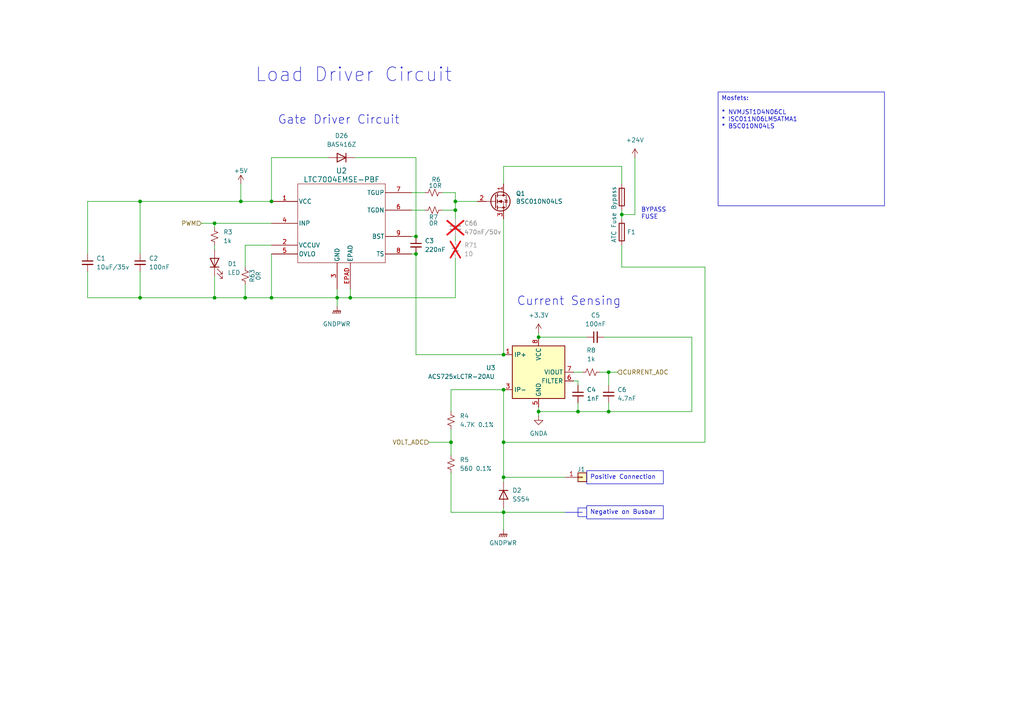
<source format=kicad_sch>
(kicad_sch (version 20231120) (generator "eeschema") (generator_version "8.0")
  (paper "A4")
  (title_block (title "FrothFET 8CH") (date "2024-08-21") (rev "D") (company "https://github.com/hoeken/frothfet"))
  (lib_symbols
    (symbol "Connector_Generic:Conn_01x01" (pin_names (offset 1.016) hide)
      (property "Reference" "J" (at 0 2.54 0))
      (property "Value" "Conn_01x01" (at 0 -2.54 0))
      (symbol "Conn_01x01_1_1"
        (rectangle (start -1.27 0.127) (end 0 -0.127) (stroke (width 0.1524)))
        (rectangle (start -1.27 1.27) (end 1.27 -1.27) (stroke (width 0.254)) (fill (type background)))
        (pin passive line (at -5.08 0 0) (length 3.81) (name "Pin_1") (number "1"))
      )
    )
    (symbol "Device:C_Small" (pin_numbers hide) (pin_names (offset 0.254) hide)
      (property "Reference" "C" (at 0.254 1.778 0))
      (property "Value" "C_Small" (at 0.254 -2.032 0))
      (symbol "C_Small_0_1"
        (polyline (pts (xy -1.524 -0.508) (xy 1.524 -0.508)) (stroke (width 0.3302)))
        (polyline (pts (xy -1.524 0.508) (xy 1.524 0.508)) (stroke (width 0.3048)))
      )
      (symbol "C_Small_1_1"
        (pin passive line (at 0 2.54 270) (length 2.032) (name "~") (number "1"))
        (pin passive line (at 0 -2.54 90) (length 2.032) (name "~") (number "2"))
      )
    )
    (symbol "Device:D" (pin_numbers hide) (pin_names (offset 1.016) hide)
      (property "Reference" "D" (at 0 2.54 0))
      (property "Value" "D" (at 0 -2.54 0))
      (symbol "D_0_1"
        (polyline (pts (xy -1.27 1.27) (xy -1.27 -1.27)) (stroke (width 0.254)))
        (polyline (pts (xy 1.27 0) (xy -1.27 0)))
        (polyline (pts (xy 1.27 1.27) (xy 1.27 -1.27) (xy -1.27 0) (xy 1.27 1.27)) (stroke (width 0.254)))
      )
      (symbol "D_1_1"
        (pin passive line (at -3.81 0 0) (length 2.54) (name "K") (number "1"))
        (pin passive line (at 3.81 0 180) (length 2.54) (name "A") (number "2"))
      )
    )
    (symbol "Device:LED" (pin_numbers hide) (pin_names (offset 1.016) hide)
      (property "Reference" "D" (at 0 2.54 0))
      (property "Value" "LED" (at 0 -2.54 0))
      (symbol "LED_0_1"
        (polyline (pts (xy -1.27 -1.27) (xy -1.27 1.27)) (stroke (width 0.254)))
        (polyline (pts (xy -1.27 0) (xy 1.27 0)))
        (polyline (pts (xy 1.27 -1.27) (xy 1.27 1.27) (xy -1.27 0) (xy 1.27 -1.27)) (stroke (width 0.254)))
        (polyline (pts (xy -3.048 -0.762) (xy -4.572 -2.286) (xy -3.81 -2.286) (xy -4.572 -2.286) (xy -4.572 -1.524)))
        (polyline (pts (xy -1.778 -0.762) (xy -3.302 -2.286) (xy -2.54 -2.286) (xy -3.302 -2.286) (xy -3.302 -1.524)))
      )
      (symbol "LED_1_1"
        (pin passive line (at -3.81 0 0) (length 2.54) (name "K") (number "1"))
        (pin passive line (at 3.81 0 180) (length 2.54) (name "A") (number "2"))
      )
    )
    (symbol "Device:R_Small_US" (pin_numbers hide) (pin_names (offset 0.254) hide)
      (property "Reference" "R" (at 0.762 0.508 0))
      (property "Value" "R_Small_US" (at 0.762 -1.016 0))
      (symbol "R_Small_US_1_1"
        (polyline (pts (xy 0 0) (xy 1.016 -0.381) (xy 0 -0.762) (xy -1.016 -1.143) (xy 0 -1.524)))
        (polyline (pts (xy 0 1.524) (xy 1.016 1.143) (xy 0 0.762) (xy -1.016 0.381) (xy 0 0)))
        (pin passive line (at 0 2.54 270) (length 1.016) (name "~") (number "1"))
        (pin passive line (at 0 -2.54 90) (length 1.016) (name "~") (number "2"))
      )
    )
    (symbol "Diode:MRA4004T3G" (pin_numbers hide) (pin_names hide)
      (property "Reference" "D" (at 0 2.54 0))
      (property "Value" "MRA4004T3G" (at 0 -2.54 0))
      (symbol "MRA4004T3G_0_1"
        (polyline (pts (xy -1.27 1.27) (xy -1.27 -1.27)) (stroke (width 0.254)))
        (polyline (pts (xy 1.27 0) (xy -1.27 0)))
        (polyline (pts (xy 1.27 1.27) (xy 1.27 -1.27) (xy -1.27 0) (xy 1.27 1.27)) (stroke (width 0.254)))
      )
      (symbol "MRA4004T3G_1_1"
        (pin passive line (at -3.81 0 0) (length 2.54) (name "K") (number "1"))
        (pin passive line (at 3.81 0 180) (length 2.54) (name "A") (number "2"))
      )
    )
    (symbol "Sensor_Current:ACS725xLCTR-20AU"
      (property "Reference" "U" (at 2.54 11.43 0))
      (property "Value" "ACS725xLCTR-20AU" (at 2.54 8.89 0))
      (symbol "ACS725xLCTR-20AU_0_1"
        (rectangle (start -7.62 7.62) (end 7.62 -7.62) (stroke (width 0.254)) (fill (type background)))
      )
      (symbol "ACS725xLCTR-20AU_1_1"
        (pin passive line (at -10.16 5.08 0) (length 2.54) (name "IP+") (number "1"))
        (pin passive line (at -10.16 5.08 0) (length 2.54) hide (name "IP+") (number "2"))
        (pin passive line (at -10.16 -5.08 0) (length 2.54) (name "IP-") (number "3"))
        (pin passive line (at -10.16 -5.08 0) (length 2.54) hide (name "IP-") (number "4"))
        (pin power_in line (at 0 -10.16 90) (length 2.54) (name "GND") (number "5"))
        (pin passive line (at 10.16 -2.54 180) (length 2.54) (name "FILTER") (number "6"))
        (pin output line (at 10.16 0 180) (length 2.54) (name "VIOUT") (number "7"))
        (pin power_in line (at 0 10.16 270) (length 2.54) (name "VCC") (number "8"))
      )
    )
    (symbol "Transistor_FET:IRF7480M" (pin_names hide)
      (property "Reference" "Q" (at 5.08 1.905 0))
      (property "Value" "IRF7480M" (at 5.08 0 0))
      (symbol "IRF7480M_0_1"
        (polyline (pts (xy 0.254 0) (xy -2.54 0)))
        (polyline (pts (xy 0.254 1.905) (xy 0.254 -1.905)) (stroke (width 0.254)))
        (polyline (pts (xy 0.762 -1.27) (xy 0.762 -2.286)) (stroke (width 0.254)))
        (polyline (pts (xy 0.762 0.508) (xy 0.762 -0.508)) (stroke (width 0.254)))
        (polyline (pts (xy 0.762 2.286) (xy 0.762 1.27)) (stroke (width 0.254)))
        (polyline (pts (xy 2.54 2.54) (xy 2.54 1.778)))
        (polyline (pts (xy 2.54 -2.54) (xy 2.54 0) (xy 0.762 0)))
        (polyline (pts (xy 0.762 -1.778) (xy 3.302 -1.778) (xy 3.302 1.778) (xy 0.762 1.778)))
        (polyline (pts (xy 1.016 0) (xy 2.032 0.381) (xy 2.032 -0.381) (xy 1.016 0)) (fill (type outline)))
        (polyline (pts (xy 2.794 0.508) (xy 2.921 0.381) (xy 3.683 0.381) (xy 3.81 0.254)))
        (polyline (pts (xy 3.302 0.381) (xy 2.921 -0.254) (xy 3.683 -0.254) (xy 3.302 0.381)))
        (circle (center 1.651 0) (radius 2.794) (stroke (width 0.254)))
        (circle (center 2.54 -1.778) (radius 0.254) (fill (type outline)))
        (circle (center 2.54 1.778) (radius 0.254) (fill (type outline)))
      )
      (symbol "IRF7480M_1_1"
        (pin passive line (at 2.54 5.08 270) (length 2.54) (name "D") (number "1"))
        (pin input line (at -5.08 0 0) (length 2.54) (name "G") (number "2"))
        (pin passive line (at 2.54 -5.08 90) (length 2.54) (name "S") (number "3"))
      )
    )
    (symbol "power:+24V" (power) (pin_numbers hide) (pin_names (offset 0) hide)
      (property "Value" "+24V" (at 0 3.556 0))
      (symbol "+24V_0_1"
        (polyline (pts (xy -0.762 1.27) (xy 0 2.54)))
        (polyline (pts (xy 0 0) (xy 0 2.54)))
        (polyline (pts (xy 0 2.54) (xy 0.762 1.27)))
      )
      (symbol "+24V_1_1"
        (pin power_in line (at 0 0 90) (length 0) (name "~") (number "1"))
      )
    )
    (symbol "power:+3.3V" (power) (pin_numbers hide) (pin_names (offset 0) hide)
      (property "Value" "+3.3V" (at 0 3.556 0))
      (symbol "+3.3V_0_1"
        (polyline (pts (xy -0.762 1.27) (xy 0 2.54)))
        (polyline (pts (xy 0 0) (xy 0 2.54)))
        (polyline (pts (xy 0 2.54) (xy 0.762 1.27)))
      )
      (symbol "+3.3V_1_1"
        (pin power_in line (at 0 0 90) (length 0) (name "~") (number "1"))
      )
    )
    (symbol "power:+5V" (power) (pin_numbers hide) (pin_names (offset 0) hide)
      (property "Value" "+5V" (at 0 3.556 0))
      (symbol "+5V_0_1"
        (polyline (pts (xy -0.762 1.27) (xy 0 2.54)))
        (polyline (pts (xy 0 0) (xy 0 2.54)))
        (polyline (pts (xy 0 2.54) (xy 0.762 1.27)))
      )
      (symbol "+5V_1_1"
        (pin power_in line (at 0 0 90) (length 0) (name "~") (number "1"))
      )
    )
    (symbol "power:GNDA" (power) (pin_numbers hide) (pin_names (offset 0) hide)
      (property "Value" "GNDA" (at 0 -3.81 0))
      (symbol "GNDA_0_1"
        (polyline (pts (xy 0 0) (xy 0 -1.27) (xy 1.27 -1.27) (xy 0 -2.54) (xy -1.27 -1.27) (xy 0 -1.27)))
      )
      (symbol "GNDA_1_1"
        (pin power_in line (at 0 0 270) (length 0) (name "~") (number "1"))
      )
    )
    (symbol "power:GNDPWR" (power) (pin_numbers hide) (pin_names (offset 0) hide)
      (property "Value" "GNDPWR" (at 0 -3.302 0))
      (symbol "GNDPWR_0_1"
        (polyline (pts (xy 0 -1.27) (xy 0 0)))
        (polyline (pts (xy -1.016 -1.27) (xy -1.27 -2.032) (xy -1.27 -2.032)) (stroke (width 0.2032)))
        (polyline (pts (xy -0.508 -1.27) (xy -0.762 -2.032) (xy -0.762 -2.032)) (stroke (width 0.2032)))
        (polyline (pts (xy 0 -1.27) (xy -0.254 -2.032) (xy -0.254 -2.032)) (stroke (width 0.2032)))
        (polyline (pts (xy 0.508 -1.27) (xy 0.254 -2.032) (xy 0.254 -2.032)) (stroke (width 0.2032)))
        (polyline (pts (xy 1.016 -1.27) (xy -1.016 -1.27) (xy -1.016 -1.27)) (stroke (width 0.2032)))
        (polyline (pts (xy 1.016 -1.27) (xy 0.762 -2.032) (xy 0.762 -2.032) (xy 0.762 -2.032)) (stroke (width 0.2032)))
      )
      (symbol "GNDPWR_1_1"
        (pin power_in line (at 0 0 270) (length 0) (name "~") (number "1"))
      )
    )
    (symbol "yarrboard:ATC Fuse Bypass" (pin_numbers hide) (pin_names (offset 0))
      (property "Reference" "F" (at 2.032 5.08 90))
      (property "Value" "ATC Fuse Bypass" (at -1.905 5.08 90))
      (symbol "ATC Fuse Bypass_0_1"
        (rectangle (start -0.762 -7.62) (end 0.762 -2.54) (stroke (width 0.254)))
        (rectangle (start -0.762 2.54) (end 0.762 7.62) (stroke (width 0.254)))
        (polyline (pts (xy 0 -2.54) (xy 0 -7.62)))
        (polyline (pts (xy 0 7.62) (xy 0 2.54)))
      )
      (symbol "ATC Fuse Bypass_1_1"
        (pin passive line (at 0 8.89 270) (length 1.27) (name "~") (number "1"))
        (pin passive line (at 0 -1.27 270) (length 1.27) (name "~") (number "2"))
        (pin passive line (at 0 1.27 90) (length 1.27) (name "~") (number "2"))
        (pin passive line (at 0 -8.89 90) (length 1.27) (name "~") (number "3"))
      )
    )
    (symbol "yarrboard:LTC7004EMSE-PBF" (pin_names (offset 0.254))
      (property "Reference" "U" (at 20.32 10.16 0))
      (property "Value" "LTC7004EMSE-PBF" (at 20.32 7.62 0))
      (symbol "LTC7004EMSE-PBF_0_1"
        (polyline (pts (xy 7.62 -17.78) (xy 33.02 -17.78)) (stroke (width 0.127)))
        (polyline (pts (xy 7.62 5.08) (xy 7.62 -17.78)) (stroke (width 0.127)))
        (polyline (pts (xy 33.02 -17.78) (xy 33.02 5.08)) (stroke (width 0.127)))
        (polyline (pts (xy 33.02 5.08) (xy 7.62 5.08)) (stroke (width 0.127)))
        (pin power_in line (at 0 0 0) (length 7.62) (name "VCC") (number "1"))
        (pin power_in line (at 0 -12.7 0) (length 7.62) (name "VCCUV") (number "2"))
        (pin power_out line (at 19.05 -25.4 90) (length 7.62) (name "GND") (number "3"))
        (pin unspecified line (at 0 -6.35 0) (length 7.62) (name "INP") (number "4"))
        (pin unspecified line (at 0 -15.24 0) (length 7.62) (name "OVLO") (number "5"))
        (pin unspecified line (at 40.64 -2.54 180) (length 7.62) (name "TGDN") (number "6"))
        (pin unspecified line (at 40.64 2.54 180) (length 7.62) (name "TGUP") (number "7"))
        (pin unspecified line (at 40.64 -15.24 180) (length 7.62) (name "TS") (number "8"))
        (pin unspecified line (at 40.64 -10.16 180) (length 7.62) (name "BST") (number "9"))
        (pin unspecified line (at 22.86 -25.4 90) (length 7.62) (name "EPAD") (number "EPAD"))
      )
      (symbol "LTC7004EMSE-PBF_1_1"
        (pin no_connect line (at 15.24 -25.4 90) (length 7.62) hide (name "NC") (number "10"))
      )
    )
  )
  (junction (at 180.34 62.23))
  (junction (at 78.74 58.42))
  (junction (at 62.23 86.36))
  (junction (at 132.08 58.42))
  (junction (at 146.05 102.87))
  (junction (at 176.53 119.38))
  (junction (at 132.08 60.96))
  (junction (at 120.65 68.58))
  (junction (at 146.05 138.43))
  (junction (at 120.65 73.66))
  (junction (at 146.05 128.27))
  (junction (at 69.85 58.42))
  (junction (at 62.23 64.77))
  (junction (at 156.21 97.79))
  (junction (at 97.79 86.36))
  (junction (at 71.12 86.36))
  (junction (at 156.21 119.38))
  (junction (at 101.6 86.36))
  (junction (at 40.64 86.36))
  (junction (at 167.64 119.38))
  (junction (at 176.53 107.95))
  (junction (at 40.64 58.42))
  (junction (at 146.05 148.59))
  (junction (at 130.81 128.27))
  (junction (at 78.74 86.36))
  (junction (at 146.05 113.03))
  (wire (pts (xy 167.64 110.49) (xy 167.64 111.76)))
  (wire (pts (xy 78.74 86.36) (xy 97.79 86.36)))
  (wire (pts (xy 120.65 102.87) (xy 146.05 102.87)))
  (wire (pts (xy 78.74 71.12) (xy 71.12 71.12)))
  (wire (pts (xy 180.34 60.96) (xy 180.34 62.23)))
  (wire (pts (xy 138.43 58.42) (xy 132.08 58.42)))
  (wire (pts (xy 166.37 107.95) (xy 168.91 107.95)))
  (wire (pts (xy 146.05 148.59) (xy 130.81 148.59)))
  (wire (pts (xy 146.05 148.59) (xy 146.05 153.67)))
  (wire (pts (xy 204.47 77.47) (xy 204.47 128.27)))
  (wire (pts (xy 146.05 113.03) (xy 130.81 113.03)))
  (wire (pts (xy 71.12 71.12) (xy 71.12 77.47)))
  (wire (pts (xy 132.08 68.58) (xy 132.08 69.85)))
  (wire (pts (xy 146.05 138.43) (xy 163.83 138.43)))
  (wire (pts (xy 146.05 148.59) (xy 163.83 148.59)))
  (wire (pts (xy 146.05 48.26) (xy 146.05 53.34)))
  (wire (pts (xy 156.21 97.79) (xy 170.18 97.79)))
  (wire (pts (xy 156.21 119.38) (xy 156.21 118.11)))
  (wire (pts (xy 180.34 48.26) (xy 180.34 53.34)))
  (wire (pts (xy 146.05 63.5) (xy 146.05 102.87)))
  (wire (pts (xy 62.23 64.77) (xy 62.23 66.04)))
  (wire (pts (xy 173.99 107.95) (xy 176.53 107.95)))
  (wire (pts (xy 62.23 86.36) (xy 71.12 86.36)))
  (wire (pts (xy 71.12 86.36) (xy 78.74 86.36)))
  (wire (pts (xy 176.53 107.95) (xy 179.07 107.95)))
  (wire (pts (xy 180.34 62.23) (xy 184.15 62.23)))
  (wire (pts (xy 40.64 78.74) (xy 40.64 86.36)))
  (wire (pts (xy 25.4 86.36) (xy 25.4 78.74)))
  (wire (pts (xy 130.81 113.03) (xy 130.81 119.38)))
  (wire (pts (xy 156.21 96.52) (xy 156.21 97.79)))
  (wire (pts (xy 200.66 119.38) (xy 176.53 119.38)))
  (wire (pts (xy 71.12 82.55) (xy 71.12 86.36)))
  (wire (pts (xy 78.74 45.72) (xy 95.25 45.72)))
  (wire (pts (xy 130.81 124.46) (xy 130.81 128.27)))
  (wire (pts (xy 58.42 64.77) (xy 62.23 64.77)))
  (wire (pts (xy 176.53 107.95) (xy 176.53 111.76)))
  (polyline (pts (xy 163.83 148.59) (xy 168.91 148.59)))
  (wire (pts (xy 119.38 55.88) (xy 123.19 55.88)))
  (wire (pts (xy 101.6 83.82) (xy 101.6 86.36)))
  (wire (pts (xy 40.64 86.36) (xy 62.23 86.36)))
  (wire (pts (xy 132.08 60.96) (xy 132.08 63.5)))
  (wire (pts (xy 120.65 45.72) (xy 120.65 68.58)))
  (wire (pts (xy 97.79 86.36) (xy 101.6 86.36)))
  (wire (pts (xy 62.23 64.77) (xy 78.74 64.77)))
  (wire (pts (xy 97.79 83.82) (xy 97.79 86.36)))
  (wire (pts (xy 78.74 73.66) (xy 78.74 86.36)))
  (wire (pts (xy 167.64 119.38) (xy 176.53 119.38)))
  (wire (pts (xy 132.08 55.88) (xy 132.08 58.42)))
  (wire (pts (xy 130.81 128.27) (xy 130.81 132.08)))
  (wire (pts (xy 175.26 97.79) (xy 200.66 97.79)))
  (wire (pts (xy 124.46 128.27) (xy 130.81 128.27)))
  (wire (pts (xy 120.65 102.87) (xy 120.65 73.66)))
  (wire (pts (xy 25.4 58.42) (xy 25.4 73.66)))
  (wire (pts (xy 146.05 48.26) (xy 180.34 48.26)))
  (wire (pts (xy 62.23 71.12) (xy 62.23 72.39)))
  (wire (pts (xy 69.85 58.42) (xy 40.64 58.42)))
  (wire (pts (xy 119.38 73.66) (xy 120.65 73.66)))
  (wire (pts (xy 128.27 60.96) (xy 132.08 60.96)))
  (wire (pts (xy 180.34 77.47) (xy 204.47 77.47)))
  (wire (pts (xy 146.05 147.32) (xy 146.05 148.59)))
  (wire (pts (xy 62.23 80.01) (xy 62.23 86.36)))
  (wire (pts (xy 200.66 97.79) (xy 200.66 119.38)))
  (wire (pts (xy 78.74 58.42) (xy 69.85 58.42)))
  (wire (pts (xy 180.34 71.12) (xy 180.34 77.47)))
  (wire (pts (xy 167.64 110.49) (xy 166.37 110.49)))
  (wire (pts (xy 40.64 58.42) (xy 40.64 73.66)))
  (wire (pts (xy 156.21 119.38) (xy 156.21 120.65)))
  (wire (pts (xy 184.15 45.72) (xy 184.15 62.23)))
  (wire (pts (xy 204.47 128.27) (xy 146.05 128.27)))
  (wire (pts (xy 102.87 45.72) (xy 120.65 45.72)))
  (wire (pts (xy 146.05 113.03) (xy 146.05 128.27)))
  (wire (pts (xy 180.34 62.23) (xy 180.34 63.5)))
  (wire (pts (xy 119.38 68.58) (xy 120.65 68.58)))
  (wire (pts (xy 97.79 86.36) (xy 97.79 88.9)))
  (wire (pts (xy 119.38 60.96) (xy 123.19 60.96)))
  (wire (pts (xy 132.08 60.96) (xy 132.08 58.42)))
  (wire (pts (xy 78.74 58.42) (xy 78.74 45.72)))
  (wire (pts (xy 176.53 116.84) (xy 176.53 119.38)))
  (wire (pts (xy 146.05 139.7) (xy 146.05 138.43)))
  (wire (pts (xy 130.81 148.59) (xy 130.81 137.16)))
  (wire (pts (xy 167.64 119.38) (xy 167.64 116.84)))
  (wire (pts (xy 132.08 86.36) (xy 101.6 86.36)))
  (wire (pts (xy 128.27 55.88) (xy 132.08 55.88)))
  (wire (pts (xy 156.21 119.38) (xy 167.64 119.38)))
  (wire (pts (xy 69.85 58.42) (xy 69.85 53.34)))
  (wire (pts (xy 146.05 128.27) (xy 146.05 138.43)))
  (wire (pts (xy 40.64 86.36) (xy 25.4 86.36)))
  (wire (pts (xy 25.4 58.42) (xy 40.64 58.42)))
  (wire (pts (xy 132.08 74.93) (xy 132.08 86.36)))
  (rectangle (start 167.64 147.32) (end 170.18 149.86))
  (text_box "Mosfets:\n\n* NVMJST1D4N06CL\n* ISC011N06LM5ATMA1\n* BSC010N04LS" (at 208.28 26.67 0) (size 48.26 33.02) (effects (font (size 1.27 1.27)) (justify left top)))
  (text_box "Negative on Busbar" (at 170.18 146.685 0) (size 22.225 3.81) (effects (font (size 1.27 1.27)) (justify left top)))
  (text_box "Positive Connection" (at 170.18 136.525 0) (size 22.225 3.81) (effects (font (size 1.27 1.27)) (justify left top)))
  (text "Current Sensing" (at 149.86 88.9 0) (effects (font (size 2.5 2.5)) (justify left bottom)))
  (text "Load Driver Circuit" (at 73.914 24.13 0) (effects (font (size 4 4)) (justify left bottom)))
  (text "BYPASS\nFUSE" (at 185.928 63.754 0) (effects (font (size 1.27 1.27)) (justify left bottom)))
  (text "Gate Driver Circuit" (at 80.518 36.322 0) (effects (font (size 2.5 2.5)) (justify left bottom)))
  (hierarchical_label "PWM" (shape input) (at 58.42 64.77 180))
  (hierarchical_label "CURRENT_ADC" (shape input) (at 179.07 107.95 0))
  (hierarchical_label "VOLT_ADC" (shape input) (at 124.46 128.27 180))
  (symbol (lib_id "Device:R_Small_US") (at 130.81 121.92 180) (unit 1)
    (property "Reference" "R4" (at 133.35 120.65 0) (effects (justify right)))
    (property "Value" "4.7K 0.1%" (at 133.35 123.19 0) (effects (justify right)))
    (property "Footprint" "Resistor_SMD:R_0805_2012Metric_Pad1.20x1.40mm_HandSolder" (effects (hide yes)))
    (property "LCSC" "C865386" (effects (hide yes)))
    (instances (project "8ch-mosfet" (path "" (reference "R4") (unit 1)) (path "" (reference "R16") (unit 1)) (path "" (reference "R34") (unit 1)) (path "" (reference "R40") (unit 1)) (path "" (reference "R22") (unit 1)) (path "" (reference "R28") (unit 1)) (path "" (reference "R46") (unit 1)) (path "" (reference "R10") (unit 1))))
  )
  (symbol (lib_id "Device:C_Small") (at 40.64 76.2 0) (unit 1)
    (property "Reference" "C2" (at 43.18 74.9363 0) (effects (justify left)))
    (property "Value" "100nF" (at 43.18 77.4763 0) (effects (justify left)))
    (property "Footprint" "Capacitor_SMD:C_0805_2012Metric_Pad1.18x1.45mm_HandSolder" (effects (hide yes)))
    (property "LCSC" "C49678" (effects (hide yes)))
    (instances (project "frothfet-12ch" (path "" (reference "C2") (unit 1)) (path "" (reference "C14") (unit 1)) (path "" (reference "C32") (unit 1)) (path "" (reference "C38") (unit 1)) (path "" (reference "C20") (unit 1)) (path "" (reference "C26") (unit 1)) (path "" (reference "C44") (unit 1)) (path "" (reference "C8") (unit 1))))
  )
  (symbol (lib_id "yarrboard:LTC7004EMSE-PBF") (at 78.74 58.42 0) (unit 1)
    (property "Reference" "U2" (at 99.06 49.53 0) (effects (font (size 1.524 1.524))))
    (property "Value" "LTC7004EMSE-PBF" (at 99.06 52.07 0) (effects (font (size 1.524 1.524))))
    (property "Footprint" "yarrboard:MSE_10_ADI" (effects (hide yes)))
    (property "Datasheet" "LTC7004EMSE-PBF" (effects (hide yes)))
    (property "LCSC" "C690105" (effects (hide yes)))
    (property "Mouser" " 584-LTC7004EMSEPBF " (effects (hide yes)))
    (instances (project "" (path "" (reference "U2") (unit 1)) (path "" (reference "U6") (unit 1)) (path "" (reference "U12") (unit 1)) (path "" (reference "U14") (unit 1)) (path "" (reference "U8") (unit 1)) (path "" (reference "U10") (unit 1)) (path "" (reference "U16") (unit 1)) (path "" (reference "U4") (unit 1))))
  )
  (symbol (lib_id "Device:R_Small_US") (at 71.12 80.01 0) (unit 1)
    (property "Reference" "R63" (at 73.152 80.01 90))
    (property "Value" "0R" (at 74.93 80.01 90))
    (property "Footprint" "Resistor_SMD:R_0805_2012Metric_Pad1.20x1.40mm_HandSolder" (effects (hide yes)))
    (property "LCSC" "C96345" (effects (hide yes)))
    (instances (project "frothfet" (path "" (reference "R63") (unit 1)) (path "" (reference "R65") (unit 1)) (path "" (reference "R68") (unit 1)) (path "" (reference "R69") (unit 1)) (path "" (reference "R66") (unit 1)) (path "" (reference "R67") (unit 1)) (path "" (reference "R70") (unit 1)) (path "" (reference "R64") (unit 1))))
  )
  (symbol (lib_id "yarrboard:ATC Fuse Bypass") (at 180.34 62.23 0) (unit 1)
    (property "Reference" "F1" (at 181.864 67.31 0) (effects (justify left)))
    (property "Value" "ATC Fuse Bypass" (at 178.054 62.23 90))
    (property "Footprint" "yarrboard:ATC Bypass Fuse" (effects (hide yes)))
    (property "Description" "Fuse" (effects (hide yes)))
    (property "Mouser" "534-3522-3 " (effects (hide yes)))
    (instances (project "8ch-mosfet" (path "" (reference "F1") (unit 1)) (path "" (reference "F3") (unit 1)) (path "" (reference "F6") (unit 1)) (path "" (reference "F7") (unit 1)) (path "" (reference "F4") (unit 1)) (path "" (reference "F5") (unit 1)) (path "" (reference "F8") (unit 1)) (path "" (reference "F2") (unit 1))))
  )
  (symbol (lib_id "Device:R_Small_US") (at 132.08 72.39 0) (unit 1) (in_bom no) (dnp yes)
    (property "Reference" "R71" (at 134.62 71.1199 0) (effects (justify left)))
    (property "Value" "10" (at 134.62 73.6599 0) (effects (justify left)))
    (property "Footprint" "Resistor_SMD:R_0805_2012Metric_Pad1.20x1.40mm_HandSolder" (effects (hide yes)))
    (property "LCSC" "C95781" (effects (hide yes)))
    (instances (project "frothfet" (path "" (reference "R71") (unit 1)) (path "" (reference "R73") (unit 1)) (path "" (reference "R76") (unit 1)) (path "" (reference "R77") (unit 1)) (path "" (reference "R74") (unit 1)) (path "" (reference "R75") (unit 1)) (path "" (reference "R78") (unit 1)) (path "" (reference "R72") (unit 1))))
  )
  (symbol (lib_id "power:+5V") (at 69.85 53.34 0) (unit 1)
    (property "Reference" "#PWR08" (effects (hide yes)))
    (property "Value" "+5V" (at 69.85 49.53 0))
    (property "Description" "Power symbol creates a global label with name \"+5V\"" (effects (hide yes)))
    (instances (project "" (path "" (reference "#PWR08") (unit 1)) (path "" (reference "#PWR020") (unit 1)) (path "" (reference "#PWR038") (unit 1)) (path "" (reference "#PWR044") (unit 1)) (path "" (reference "#PWR026") (unit 1)) (path "" (reference "#PWR032") (unit 1)) (path "" (reference "#PWR050") (unit 1)) (path "" (reference "#PWR014") (unit 1))))
  )
  (symbol (lib_id "Device:C_Small") (at 172.72 97.79 90) (unit 1)
    (property "Reference" "C5" (at 172.7263 91.44 90))
    (property "Value" "100nF" (at 172.7263 93.98 90))
    (property "Footprint" "Capacitor_SMD:C_0805_2012Metric_Pad1.18x1.45mm_HandSolder" (effects (hide yes)))
    (property "LCSC" "C49678" (effects (hide yes)))
    (instances (project "8ch-mosfet" (path "" (reference "C5") (unit 1)) (path "" (reference "C17") (unit 1)) (path "" (reference "C35") (unit 1)) (path "" (reference "C41") (unit 1)) (path "" (reference "C23") (unit 1)) (path "" (reference "C29") (unit 1)) (path "" (reference "C47") (unit 1)) (path "" (reference "C11") (unit 1))))
  )
  (symbol (lib_id "Device:LED") (at 62.23 76.2 90) (unit 1)
    (property "Reference" "D1" (at 66.04 76.5174 90) (effects (justify right)))
    (property "Value" "LED" (at 66.04 79.0574 90) (effects (justify right)))
    (property "Footprint" "LED_SMD:LED_0805_2012Metric_Pad1.15x1.40mm_HandSolder" (effects (hide yes)))
    (property "Description" "Light emitting diode" (effects (hide yes)))
    (property "LCSC" "C125094" (effects (hide yes)))
    (instances (project "frothfet-12ch" (path "" (reference "D1") (unit 1)) (path "" (reference "D5") (unit 1)) (path "" (reference "D11") (unit 1)) (path "" (reference "D13") (unit 1)) (path "" (reference "D7") (unit 1)) (path "" (reference "D9") (unit 1)) (path "" (reference "D15") (unit 1)) (path "" (reference "D3") (unit 1))))
  )
  (symbol (lib_id "Device:R_Small_US") (at 62.23 68.58 0) (unit 1)
    (property "Reference" "R3" (at 64.77 67.3099 0) (effects (justify left)))
    (property "Value" "1k" (at 64.77 69.8499 0) (effects (justify left)))
    (property "Footprint" "Resistor_SMD:R_0805_2012Metric_Pad1.20x1.40mm_HandSolder" (effects (hide yes)))
    (property "LCSC" "C95781" (effects (hide yes)))
    (instances (project "frothfet-12ch" (path "" (reference "R3") (unit 1)) (path "" (reference "R15") (unit 1)) (path "" (reference "R33") (unit 1)) (path "" (reference "R39") (unit 1)) (path "" (reference "R21") (unit 1)) (path "" (reference "R27") (unit 1)) (path "" (reference "R45") (unit 1)) (path "" (reference "R9") (unit 1))))
  )
  (symbol (lib_id "Device:D") (at 99.06 45.72 180) (unit 1)
    (property "Reference" "D26" (at 99.06 39.37 0))
    (property "Value" "BAS416Z" (at 99.06 41.91 0))
    (property "Footprint" "Diode_SMD:D_SOD-323F" (effects (hide yes)))
    (property "Description" "Diode" (effects (hide yes)))
    (property "Sim.Device" "D" (effects (hide yes)))
    (property "Sim.Pins" "1=K 2=A" (effects (hide yes)))
    (property "Mouser" " 771-BAS416Z " (effects (hide yes)))
    (instances (project "" (path "" (reference "D26") (unit 1)) (path "" (reference "D28") (unit 1)) (path "" (reference "D31") (unit 1)) (path "" (reference "D32") (unit 1)) (path "" (reference "D29") (unit 1)) (path "" (reference "D30") (unit 1)) (path "" (reference "D33") (unit 1)) (path "" (reference "D27") (unit 1))))
  )
  (symbol (lib_id "Device:C_Small") (at 176.53 114.3 0) (unit 1)
    (property "Reference" "C6" (at 179.07 113.0363 0) (effects (justify left)))
    (property "Value" "4.7nF" (at 179.07 115.5763 0) (effects (justify left)))
    (property "Footprint" "Capacitor_SMD:C_0805_2012Metric_Pad1.18x1.45mm_HandSolder" (effects (hide yes)))
    (property "Mouser" "C0805C472K5RAC" (effects (hide yes)))
    (property "LCSC" "C107153" (effects (hide yes)))
    (instances (project "8ch-mosfet" (path "" (reference "C6") (unit 1)) (path "" (reference "C18") (unit 1)) (path "" (reference "C36") (unit 1)) (path "" (reference "C42") (unit 1)) (path "" (reference "C24") (unit 1)) (path "" (reference "C30") (unit 1)) (path "" (reference "C48") (unit 1)) (path "" (reference "C12") (unit 1))))
  )
  (symbol (lib_id "Device:R_Small_US") (at 171.45 107.95 270) (unit 1)
    (property "Reference" "R8" (at 171.45 101.6 90))
    (property "Value" "1k" (at 171.45 104.14 90))
    (property "Footprint" "Resistor_SMD:R_0805_2012Metric_Pad1.20x1.40mm_HandSolder" (effects (hide yes)))
    (property "LCSC" "C95781" (effects (hide yes)))
    (instances (project "8ch-mosfet" (path "" (reference "R8") (unit 1)) (path "" (reference "R20") (unit 1)) (path "" (reference "R38") (unit 1)) (path "" (reference "R44") (unit 1)) (path "" (reference "R26") (unit 1)) (path "" (reference "R32") (unit 1)) (path "" (reference "R50") (unit 1)) (path "" (reference "R14") (unit 1))))
  )
  (symbol (lib_id "Sensor_Current:ACS725xLCTR-20AU") (at 156.21 107.95 0) (unit 1)
    (property "Reference" "U3" (at 140.97 106.68 0) (effects (justify left)))
    (property "Value" "ACS725xLCTR-20AU" (at 143.51 109.22 0) (effects (justify right)))
    (property "Footprint" "yarrboard:ACS7XX" (effects (hide yes)))
    (property "Datasheet" "http://www.allegromicro.com/~/media/Files/Datasheets/ACS725-Datasheet.ashx?la=en" (effects (hide yes)))
    (property "Mouser" "250-725LLCTR20AUT" (effects (hide yes)))
    (instances (project "8ch-mosfet" (path "" (reference "U3") (unit 1)) (path "" (reference "U7") (unit 1)) (path "" (reference "U13") (unit 1)) (path "" (reference "U15") (unit 1)) (path "" (reference "U9") (unit 1)) (path "" (reference "U11") (unit 1)) (path "" (reference "U17") (unit 1)) (path "" (reference "U5") (unit 1))))
  )
  (symbol (lib_id "Device:R_Small_US") (at 125.73 55.88 270) (unit 1)
    (property "Reference" "R6" (at 126.492 52.07 90))
    (property "Value" "10R" (at 126.238 53.848 90))
    (property "Footprint" "Resistor_SMD:R_0805_2012Metric_Pad1.20x1.40mm_HandSolder" (effects (hide yes)))
    (property "LCSC" "C96345" (effects (hide yes)))
    (instances (project "frothfet-12ch" (path "" (reference "R6") (unit 1)) (path "" (reference "R18") (unit 1)) (path "" (reference "R36") (unit 1)) (path "" (reference "R42") (unit 1)) (path "" (reference "R24") (unit 1)) (path "" (reference "R30") (unit 1)) (path "" (reference "R48") (unit 1)) (path "" (reference "R12") (unit 1))))
  )
  (symbol (lib_id "Device:C_Small") (at 167.64 114.3 0) (unit 1)
    (property "Reference" "C4" (at 170.18 113.0363 0) (effects (justify left)))
    (property "Value" "1nF" (at 170.18 115.5763 0) (effects (justify left)))
    (property "Footprint" "Capacitor_SMD:C_0805_2012Metric_Pad1.18x1.45mm_HandSolder" (effects (hide yes)))
    (property "Mouser" "C0805C102J1HACTU" (effects (hide yes)))
    (property "LCSC" "C94121" (effects (hide yes)))
    (instances (project "8ch-mosfet" (path "" (reference "C4") (unit 1)) (path "" (reference "C16") (unit 1)) (path "" (reference "C34") (unit 1)) (path "" (reference "C40") (unit 1)) (path "" (reference "C22") (unit 1)) (path "" (reference "C28") (unit 1)) (path "" (reference "C46") (unit 1)) (path "" (reference "C10") (unit 1))))
  )
  (symbol (lib_id "power:GNDPWR") (at 97.79 88.9 0) (unit 1)
    (property "Reference" "#PWR09" (effects (hide yes)))
    (property "Value" "GNDPWR" (at 97.663 93.98 0))
    (property "Description" "Power symbol creates a global label with name \"GNDPWR\" , global ground" (effects (hide yes)))
    (instances (project "" (path "" (reference "#PWR09") (unit 1)) (path "" (reference "#PWR021") (unit 1)) (path "" (reference "#PWR039") (unit 1)) (path "" (reference "#PWR045") (unit 1)) (path "" (reference "#PWR027") (unit 1)) (path "" (reference "#PWR033") (unit 1)) (path "" (reference "#PWR051") (unit 1)) (path "" (reference "#PWR015") (unit 1))))
  )
  (symbol (lib_id "Device:C_Small") (at 132.08 66.04 0) (unit 1) (in_bom no) (dnp yes)
    (property "Reference" "C66" (at 134.62 64.7763 0) (effects (justify left)))
    (property "Value" "470nF/50v" (at 134.62 67.3163 0) (effects (justify left)))
    (property "Footprint" "Capacitor_SMD:C_0805_2012Metric_Pad1.18x1.45mm_HandSolder" (effects (hide yes)))
    (property "LCSC" "C106843" (effects (hide yes)))
    (instances (project "frothfet" (path "" (reference "C66") (unit 1)) (path "" (reference "C68") (unit 1)) (path "" (reference "C71") (unit 1)) (path "" (reference "C72") (unit 1)) (path "" (reference "C69") (unit 1)) (path "" (reference "C70") (unit 1)) (path "" (reference "C73") (unit 1)) (path "" (reference "C67") (unit 1))))
  )
  (symbol (lib_id "Device:C_Small") (at 120.65 71.12 0) (unit 1)
    (property "Reference" "C3" (at 123.19 69.8563 0) (effects (justify left)))
    (property "Value" "220nF" (at 123.19 72.3963 0) (effects (justify left)))
    (property "Footprint" "Capacitor_SMD:C_0805_2012Metric_Pad1.18x1.45mm_HandSolder" (effects (hide yes)))
    (property "LCSC" "C49678" (effects (hide yes)))
    (instances (project "frothfet-12ch" (path "" (reference "C3") (unit 1)) (path "" (reference "C15") (unit 1)) (path "" (reference "C33") (unit 1)) (path "" (reference "C39") (unit 1)) (path "" (reference "C21") (unit 1)) (path "" (reference "C27") (unit 1)) (path "" (reference "C45") (unit 1)) (path "" (reference "C9") (unit 1))))
  )
  (symbol (lib_id "Device:R_Small_US") (at 125.73 60.96 270) (unit 1)
    (property "Reference" "R7" (at 125.73 62.992 90))
    (property "Value" "0R" (at 125.73 64.77 90))
    (property "Footprint" "Resistor_SMD:R_0805_2012Metric_Pad1.20x1.40mm_HandSolder" (effects (hide yes)))
    (property "LCSC" "C96345" (effects (hide yes)))
    (instances (project "frothfet-12ch" (path "" (reference "R7") (unit 1)) (path "" (reference "R19") (unit 1)) (path "" (reference "R37") (unit 1)) (path "" (reference "R43") (unit 1)) (path "" (reference "R25") (unit 1)) (path "" (reference "R31") (unit 1)) (path "" (reference "R49") (unit 1)) (path "" (reference "R13") (unit 1))))
  )
  (symbol (lib_id "power:GNDPWR") (at 146.05 153.67 0) (unit 1)
    (property "Reference" "#PWR010" (effects (hide yes)))
    (property "Value" "GNDPWR" (at 145.923 157.48 0))
    (property "Description" "Power symbol creates a global label with name \"GNDPWR\" , global ground" (effects (hide yes)))
    (instances (project "8ch-mosfet" (path "" (reference "#PWR010") (unit 1)) (path "" (reference "#PWR022") (unit 1)) (path "" (reference "#PWR040") (unit 1)) (path "" (reference "#PWR046") (unit 1)) (path "" (reference "#PWR028") (unit 1)) (path "" (reference "#PWR034") (unit 1)) (path "" (reference "#PWR052") (unit 1)) (path "" (reference "#PWR016") (unit 1))))
  )
  (symbol (lib_id "Transistor_FET:IRF7480M") (at 143.51 58.42 0) (unit 1)
    (property "Reference" "Q1" (at 149.606 56.134 0) (effects (justify left)))
    (property "Value" "BSC010N04LS" (at 149.606 58.42 0) (effects (justify left)))
    (property "Footprint" "yarrboard:Infineon_PG-TDSON-8_6.15x5.15mm" (effects (hide yes)))
    (property "ALT" "BSC010N04LS" (effects (hide yes)))
    (property "LCSC" "C501508" (effects (hide yes)))
    (property "Mouser" " 726-BSC010N04LS " (effects (hide yes)))
    (instances (project "" (path "" (reference "Q1") (unit 1)) (path "" (reference "Q3") (unit 1)) (path "" (reference "Q6") (unit 1)) (path "" (reference "Q7") (unit 1)) (path "" (reference "Q4") (unit 1)) (path "" (reference "Q5") (unit 1)) (path "" (reference "Q8") (unit 1)) (path "" (reference "Q2") (unit 1))))
  )
  (symbol (lib_id "Device:C_Small") (at 25.4 76.2 0) (unit 1)
    (property "Reference" "C1" (at 27.94 74.9363 0) (effects (justify left)))
    (property "Value" "10uF/35v" (at 27.94 77.4763 0) (effects (justify left)))
    (property "Footprint" "Capacitor_SMD:C_1206_3216Metric_Pad1.33x1.80mm_HandSolder" (effects (hide yes)))
    (property "LCSC" "C454102" (effects (hide yes)))
    (instances (project "frothfet-12ch" (path "" (reference "C1") (unit 1)) (path "" (reference "C13") (unit 1)) (path "" (reference "C31") (unit 1)) (path "" (reference "C37") (unit 1)) (path "" (reference "C19") (unit 1)) (path "" (reference "C25") (unit 1)) (path "" (reference "C43") (unit 1)) (path "" (reference "C7") (unit 1))))
  )
  (symbol (lib_id "power:+24V") (at 184.15 45.72 0) (unit 1)
    (property "Reference" "#PWR013" (effects (hide yes)))
    (property "Value" "+24V" (at 184.15 40.64 0))
    (property "Description" "Power symbol creates a global label with name \"+24V\"" (effects (hide yes)))
    (instances (project "8ch-mosfet" (path "" (reference "#PWR013") (unit 1)) (path "" (reference "#PWR025") (unit 1)) (path "" (reference "#PWR043") (unit 1)) (path "" (reference "#PWR049") (unit 1)) (path "" (reference "#PWR031") (unit 1)) (path "" (reference "#PWR037") (unit 1)) (path "" (reference "#PWR055") (unit 1)) (path "" (reference "#PWR019") (unit 1))))
  )
  (symbol (lib_id "Diode:MRA4004T3G") (at 146.05 143.51 270) (unit 1)
    (property "Reference" "D2" (at 148.59 142.24 90) (effects (justify left)))
    (property "Value" "SS54" (at 148.59 144.78 90) (effects (justify left)))
    (property "Footprint" "Diode_SMD:D_SMA" (effects (hide yes)))
    (property "Sim.Device" "D" (effects (hide yes)))
    (property "Sim.Pins" "1=K 2=A" (effects (hide yes)))
    (property "LCSC" "C22452" (effects (hide yes)))
    (instances (project "frothfet" (path "" (reference "D2") (unit 1)) (path "" (reference "D6") (unit 1)) (path "" (reference "D12") (unit 1)) (path "" (reference "D14") (unit 1)) (path "" (reference "D8") (unit 1)) (path "" (reference "D10") (unit 1)) (path "" (reference "D16") (unit 1)) (path "" (reference "D4") (unit 1))))
  )
  (symbol (lib_id "power:+3.3V") (at 156.21 96.52 0) (unit 1)
    (property "Reference" "#PWR011" (effects (hide yes)))
    (property "Value" "+3.3V" (at 156.21 91.44 0))
    (property "Description" "Power symbol creates a global label with name \"+3.3V\"" (effects (hide yes)))
    (instances (project "8ch-mosfet" (path "" (reference "#PWR011") (unit 1)) (path "" (reference "#PWR023") (unit 1)) (path "" (reference "#PWR041") (unit 1)) (path "" (reference "#PWR047") (unit 1)) (path "" (reference "#PWR029") (unit 1)) (path "" (reference "#PWR035") (unit 1)) (path "" (reference "#PWR053") (unit 1)) (path "" (reference "#PWR017") (unit 1))))
  )
  (symbol (lib_id "Device:R_Small_US") (at 130.81 134.62 180) (unit 1)
    (property "Reference" "R5" (at 133.35 133.35 0) (effects (justify right)))
    (property "Value" "560 0.1%" (at 133.35 135.89 0) (effects (justify right)))
    (property "Footprint" "Resistor_SMD:R_0805_2012Metric_Pad1.20x1.40mm_HandSolder" (effects (hide yes)))
    (property "LCSC" "C865312" (effects (hide yes)))
    (instances (project "8ch-mosfet" (path "" (reference "R5") (unit 1)) (path "" (reference "R17") (unit 1)) (path "" (reference "R35") (unit 1)) (path "" (reference "R41") (unit 1)) (path "" (reference "R23") (unit 1)) (path "" (reference "R29") (unit 1)) (path "" (reference "R47") (unit 1)) (path "" (reference "R11") (unit 1))))
  )
  (symbol (lib_id "power:GNDA") (at 156.21 120.65 0) (unit 1)
    (property "Reference" "#PWR012" (effects (hide yes)))
    (property "Value" "GNDA" (at 156.21 125.73 0))
    (property "Description" "Power symbol creates a global label with name \"GNDA\" , analog ground" (effects (hide yes)))
    (instances (project "8ch-mosfet" (path "" (reference "#PWR012") (unit 1)) (path "" (reference "#PWR024") (unit 1)) (path "" (reference "#PWR042") (unit 1)) (path "" (reference "#PWR048") (unit 1)) (path "" (reference "#PWR030") (unit 1)) (path "" (reference "#PWR036") (unit 1)) (path "" (reference "#PWR054") (unit 1)) (path "" (reference "#PWR018") (unit 1))))
  )
  (symbol (lib_id "Connector_Generic:Conn_01x01") (at 168.91 138.43 0) (unit 1)
    (property "Reference" "J1" (at 167.386 136.144 0) (effects (justify left)))
    (property "Value" "Conn_01x01" (effects (hide yes)))
    (property "Footprint" "yarrboard:T44001" (effects (hide yes)))
    (property "Description" "Generic connector, single row, 01x01, script generated (kicad-library-utils/schlib/autogen/connector/)" (effects (hide yes)))
    (property "LCSC" "C481447" (effects (hide yes)))
    (instances (project "" (path "" (reference "J1") (unit 1)) (path "" (reference "J3") (unit 1)) (path "" (reference "J6") (unit 1)) (path "" (reference "J7") (unit 1)) (path "" (reference "J4") (unit 1)) (path "" (reference "J5") (unit 1)) (path "" (reference "J8") (unit 1)) (path "" (reference "J2") (unit 1))))
  )
)
</source>
